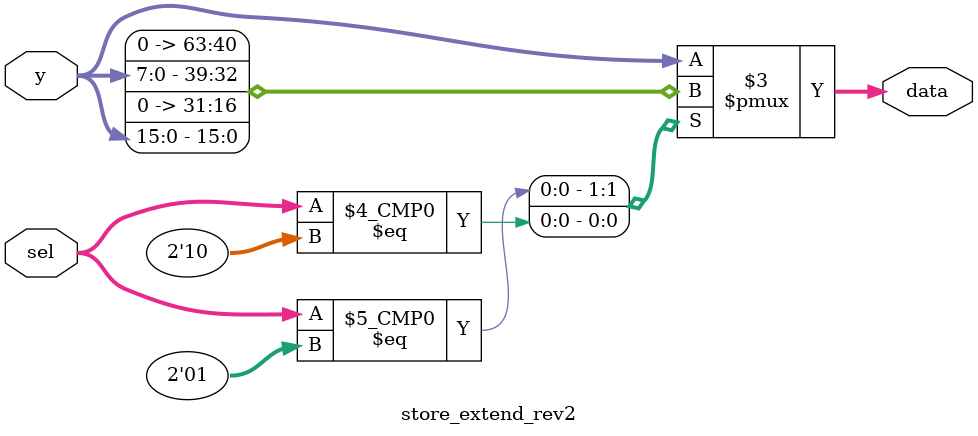
<source format=v>


module store_extend_rev2 (
    input   [31:0] y,
    input   [1:0] sel,
    output reg [31:0] data
);

always @(*) begin
    case(sel)
        2'b00: data = y; //sw
        2'b01: data = {24'b0, y[7:0]}; //sb
        2'b10: data = {16'b0, y[15:0]}; //sh
        default: data = y;
    endcase
end

endmodule

</source>
